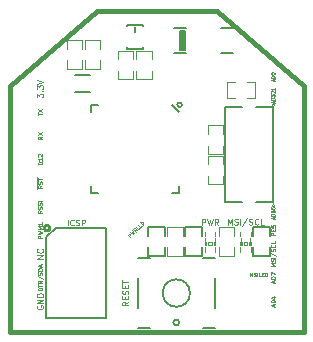
<source format=gto>
G04 (created by PCBNEW (2013-mar-13)-testing) date Thu 04 Jul 2013 13:06:12 EST*
%MOIN*%
G04 Gerber Fmt 3.4, Leading zero omitted, Abs format*
%FSLAX34Y34*%
G01*
G70*
G90*
G04 APERTURE LIST*
%ADD10C,0.003937*%
%ADD11C,0.002953*%
%ADD12C,0.004921*%
%ADD13C,0.004700*%
%ADD14C,0.005906*%
%ADD15C,0.007000*%
%ADD16C,0.008000*%
%ADD17C,0.005000*%
%ADD18C,0.004000*%
%ADD19C,0.002600*%
%ADD20C,0.015000*%
%ADD21C,0.010000*%
%ADD22C,0.007900*%
%ADD23C,0.003445*%
G04 APERTURE END LIST*
G54D10*
G54D11*
X8219Y2060D02*
X8219Y2178D01*
X8259Y2094D01*
X8298Y2178D01*
X8298Y2060D01*
X8349Y2066D02*
X8366Y2060D01*
X8394Y2060D01*
X8405Y2066D01*
X8411Y2071D01*
X8416Y2083D01*
X8416Y2094D01*
X8411Y2105D01*
X8405Y2111D01*
X8394Y2116D01*
X8371Y2122D01*
X8360Y2128D01*
X8354Y2133D01*
X8349Y2145D01*
X8349Y2156D01*
X8354Y2167D01*
X8360Y2173D01*
X8371Y2178D01*
X8399Y2178D01*
X8416Y2173D01*
X8467Y2060D02*
X8467Y2178D01*
X8579Y2060D02*
X8523Y2060D01*
X8523Y2178D01*
X8619Y2122D02*
X8658Y2122D01*
X8675Y2060D02*
X8619Y2060D01*
X8619Y2178D01*
X8675Y2178D01*
X8726Y2060D02*
X8726Y2178D01*
X8754Y2178D01*
X8771Y2173D01*
X8782Y2161D01*
X8787Y2150D01*
X8793Y2128D01*
X8793Y2111D01*
X8787Y2088D01*
X8782Y2077D01*
X8771Y2066D01*
X8754Y2060D01*
X8726Y2060D01*
X4234Y3363D02*
X4150Y3447D01*
X4182Y3478D01*
X4194Y3482D01*
X4202Y3482D01*
X4214Y3478D01*
X4226Y3466D01*
X4230Y3454D01*
X4230Y3447D01*
X4226Y3435D01*
X4194Y3403D01*
X4226Y3522D02*
X4329Y3458D01*
X4286Y3534D01*
X4361Y3490D01*
X4297Y3594D01*
X4461Y3590D02*
X4393Y3602D01*
X4413Y3542D02*
X4329Y3625D01*
X4361Y3657D01*
X4373Y3661D01*
X4381Y3661D01*
X4393Y3657D01*
X4405Y3645D01*
X4409Y3633D01*
X4409Y3625D01*
X4405Y3614D01*
X4373Y3582D01*
X4536Y3665D02*
X4496Y3625D01*
X4413Y3709D01*
X4520Y3737D02*
X4548Y3765D01*
X4604Y3733D02*
X4564Y3693D01*
X4480Y3777D01*
X4520Y3816D01*
X4639Y3769D02*
X4556Y3852D01*
X4576Y3872D01*
X4592Y3880D01*
X4608Y3880D01*
X4620Y3876D01*
X4639Y3864D01*
X4651Y3852D01*
X4663Y3832D01*
X4667Y3820D01*
X4667Y3804D01*
X4659Y3789D01*
X4639Y3769D01*
G54D12*
X7485Y3781D02*
X7485Y3977D01*
X7551Y3837D01*
X7616Y3977D01*
X7616Y3781D01*
X7701Y3790D02*
X7729Y3781D01*
X7776Y3781D01*
X7795Y3790D01*
X7804Y3799D01*
X7813Y3818D01*
X7813Y3837D01*
X7804Y3856D01*
X7795Y3865D01*
X7776Y3874D01*
X7738Y3884D01*
X7720Y3893D01*
X7710Y3902D01*
X7701Y3921D01*
X7701Y3940D01*
X7710Y3959D01*
X7720Y3968D01*
X7738Y3977D01*
X7785Y3977D01*
X7813Y3968D01*
X7898Y3781D02*
X7898Y3977D01*
X8132Y3987D02*
X7963Y3734D01*
X8188Y3790D02*
X8216Y3781D01*
X8263Y3781D01*
X8282Y3790D01*
X8291Y3799D01*
X8301Y3818D01*
X8301Y3837D01*
X8291Y3856D01*
X8282Y3865D01*
X8263Y3874D01*
X8226Y3884D01*
X8207Y3893D01*
X8198Y3902D01*
X8188Y3921D01*
X8188Y3940D01*
X8198Y3959D01*
X8207Y3968D01*
X8226Y3977D01*
X8273Y3977D01*
X8301Y3968D01*
X8498Y3799D02*
X8488Y3790D01*
X8460Y3781D01*
X8441Y3781D01*
X8413Y3790D01*
X8395Y3809D01*
X8385Y3827D01*
X8376Y3865D01*
X8376Y3893D01*
X8385Y3931D01*
X8395Y3949D01*
X8413Y3968D01*
X8441Y3977D01*
X8460Y3977D01*
X8488Y3968D01*
X8498Y3959D01*
X8676Y3781D02*
X8582Y3781D01*
X8582Y3977D01*
X4159Y1214D02*
X4066Y1148D01*
X4159Y1101D02*
X3963Y1101D01*
X3963Y1176D01*
X3972Y1195D01*
X3981Y1204D01*
X4000Y1214D01*
X4028Y1214D01*
X4047Y1204D01*
X4056Y1195D01*
X4066Y1176D01*
X4066Y1101D01*
X4056Y1298D02*
X4056Y1364D01*
X4159Y1392D02*
X4159Y1298D01*
X3963Y1298D01*
X3963Y1392D01*
X4150Y1467D02*
X4159Y1495D01*
X4159Y1542D01*
X4150Y1560D01*
X4141Y1570D01*
X4122Y1579D01*
X4103Y1579D01*
X4084Y1570D01*
X4075Y1560D01*
X4066Y1542D01*
X4056Y1504D01*
X4047Y1485D01*
X4038Y1476D01*
X4019Y1467D01*
X4000Y1467D01*
X3981Y1476D01*
X3972Y1485D01*
X3963Y1504D01*
X3963Y1551D01*
X3972Y1579D01*
X4056Y1664D02*
X4056Y1729D01*
X4159Y1757D02*
X4159Y1664D01*
X3963Y1664D01*
X3963Y1757D01*
X3963Y1814D02*
X3963Y1926D01*
X4159Y1870D02*
X3963Y1870D01*
X6623Y3781D02*
X6623Y3977D01*
X6698Y3977D01*
X6717Y3968D01*
X6726Y3959D01*
X6735Y3940D01*
X6735Y3912D01*
X6726Y3893D01*
X6717Y3884D01*
X6698Y3874D01*
X6623Y3874D01*
X6801Y3977D02*
X6848Y3781D01*
X6885Y3921D01*
X6923Y3781D01*
X6970Y3977D01*
X7157Y3781D02*
X7092Y3874D01*
X7045Y3781D02*
X7045Y3977D01*
X7120Y3977D01*
X7138Y3968D01*
X7148Y3959D01*
X7157Y3940D01*
X7157Y3912D01*
X7148Y3893D01*
X7138Y3884D01*
X7120Y3874D01*
X7045Y3874D01*
G54D13*
X2618Y9649D02*
X2618Y9924D01*
X2618Y9255D02*
X2618Y8980D01*
X2106Y9649D02*
X2106Y9924D01*
X2106Y8980D02*
X2106Y9255D01*
X2112Y9924D02*
X2612Y9924D01*
X2612Y8980D02*
X2112Y8980D01*
X4432Y8913D02*
X4432Y8638D01*
X4432Y9307D02*
X4432Y9582D01*
X4944Y8913D02*
X4944Y8638D01*
X4944Y9582D02*
X4944Y9307D01*
X4938Y8638D02*
X4438Y8638D01*
X4438Y9582D02*
X4938Y9582D01*
X3822Y8913D02*
X3822Y8638D01*
X3822Y9307D02*
X3822Y9582D01*
X4334Y8913D02*
X4334Y8638D01*
X4334Y9582D02*
X4334Y9307D01*
X4328Y8638D02*
X3828Y8638D01*
X3828Y9582D02*
X4328Y9582D01*
X3228Y9649D02*
X3228Y9924D01*
X3228Y9255D02*
X3228Y8980D01*
X2716Y9649D02*
X2716Y9924D01*
X2716Y8980D02*
X2716Y9255D01*
X2722Y9924D02*
X3222Y9924D01*
X3222Y8980D02*
X2722Y8980D01*
X5464Y3019D02*
X5464Y2744D01*
X5464Y3413D02*
X5464Y3688D01*
X5976Y3019D02*
X5976Y2744D01*
X5976Y3688D02*
X5976Y3413D01*
X5970Y2744D02*
X5470Y2744D01*
X5470Y3688D02*
X5970Y3688D01*
X8126Y8011D02*
X8401Y8011D01*
X7732Y8011D02*
X7457Y8011D01*
X8126Y8523D02*
X8401Y8523D01*
X7457Y8523D02*
X7732Y8523D01*
X8401Y8517D02*
X8401Y8017D01*
X7457Y8017D02*
X7457Y8517D01*
X7181Y3019D02*
X7181Y2744D01*
X7181Y3413D02*
X7181Y3688D01*
X7693Y3019D02*
X7693Y2744D01*
X7693Y3688D02*
X7693Y3413D01*
X7687Y2744D02*
X7187Y2744D01*
X7187Y3688D02*
X7687Y3688D01*
X6806Y5409D02*
X6806Y5134D01*
X6806Y5803D02*
X6806Y6078D01*
X7318Y5409D02*
X7318Y5134D01*
X7318Y6078D02*
X7318Y5803D01*
X7312Y5134D02*
X6812Y5134D01*
X6812Y6078D02*
X7312Y6078D01*
X7318Y6811D02*
X7318Y7086D01*
X7318Y6417D02*
X7318Y6142D01*
X6806Y6811D02*
X6806Y7086D01*
X6806Y6142D02*
X6806Y6417D01*
X6812Y7086D02*
X7312Y7086D01*
X7312Y6142D02*
X6812Y6142D01*
G54D14*
X5862Y515D02*
G75*
G03X5862Y515I-98J0D01*
G74*
G01*
G54D15*
X6645Y2676D02*
X7037Y2676D01*
X4489Y2676D02*
X4881Y2676D01*
X7037Y324D02*
X6645Y324D01*
X4489Y324D02*
X4881Y324D01*
X7037Y1010D02*
X7037Y1990D01*
X4489Y1990D02*
X4489Y1010D01*
G54D16*
X6219Y1500D02*
G75*
G03X6219Y1500I-456J0D01*
G74*
G01*
G54D17*
X6605Y3413D02*
X6605Y3691D01*
X6605Y3691D02*
X6055Y3691D01*
X6055Y3691D02*
X6055Y3413D01*
X6605Y2741D02*
X6605Y3019D01*
X6605Y2741D02*
X6055Y2741D01*
X6055Y2741D02*
X6055Y3019D01*
X5385Y3413D02*
X5385Y3691D01*
X5385Y3691D02*
X4835Y3691D01*
X4835Y3691D02*
X4835Y3413D01*
X5385Y2741D02*
X5385Y3019D01*
X5385Y2741D02*
X4835Y2741D01*
X4835Y2741D02*
X4835Y3019D01*
G54D18*
X7043Y3330D02*
X7043Y3106D01*
X6728Y3326D02*
X6728Y3110D01*
G54D19*
X6708Y3039D02*
X6708Y2882D01*
X7062Y3039D02*
X7062Y2882D01*
X6708Y3550D02*
X6708Y3393D01*
X7062Y3550D02*
X7062Y3393D01*
X7062Y3216D02*
X7003Y3216D01*
X7003Y3216D02*
X7003Y3098D01*
X7062Y3098D02*
X7003Y3098D01*
X7062Y3216D02*
X7062Y3098D01*
X6767Y3216D02*
X6708Y3216D01*
X6708Y3216D02*
X6708Y3098D01*
X6767Y3098D02*
X6708Y3098D01*
X6767Y3216D02*
X6767Y3098D01*
X6944Y3216D02*
X6826Y3216D01*
X6826Y3216D02*
X6826Y3098D01*
X6944Y3098D02*
X6826Y3098D01*
X6944Y3216D02*
X6944Y3098D01*
G54D14*
X6000Y10240D02*
X6000Y9610D01*
X6000Y9610D02*
X5940Y9610D01*
X5940Y9610D02*
X5940Y10240D01*
X5940Y10240D02*
X5901Y10240D01*
X5901Y10240D02*
X5901Y9610D01*
X6059Y9610D02*
X6059Y10240D01*
X6059Y10240D02*
X5872Y10240D01*
X5872Y10240D02*
X5872Y9610D01*
X5872Y9610D02*
X6059Y9610D01*
X5685Y10348D02*
X6088Y10348D01*
X5685Y9501D02*
X6088Y9501D01*
X7653Y10348D02*
X7250Y10348D01*
X7653Y9501D02*
X7250Y9501D01*
X2883Y8192D02*
X2391Y8192D01*
X2883Y8783D02*
X2391Y8783D01*
X4129Y9649D02*
X4129Y9696D01*
X4129Y10437D02*
X4129Y10389D01*
X4641Y10437D02*
X4641Y10389D01*
X4641Y9649D02*
X4641Y9696D01*
G54D16*
X4385Y10370D02*
X4385Y10196D01*
G54D14*
X4129Y10437D02*
X4641Y10437D01*
X4641Y9649D02*
X4129Y9649D01*
G54D20*
X210Y614D02*
X210Y214D01*
X10010Y614D02*
X10010Y214D01*
X210Y614D02*
X210Y8414D01*
X10010Y8314D02*
X10010Y8414D01*
X10010Y614D02*
X10010Y8314D01*
X210Y214D02*
X10010Y214D01*
X10010Y8414D02*
X7110Y10914D01*
X210Y8414D02*
X3110Y10914D01*
X3110Y10914D02*
X7110Y10914D01*
G54D16*
X3421Y3669D02*
X1744Y3669D01*
X1429Y669D02*
X1425Y3350D01*
X1429Y3354D02*
X1744Y3669D01*
G54D21*
X1553Y3661D02*
G75*
G03X1553Y3661I-98J0D01*
G74*
G01*
G54D16*
X3429Y3669D02*
X3429Y669D01*
X3429Y669D02*
X1429Y669D01*
G54D14*
X8972Y7685D02*
X8411Y7685D01*
X7397Y7685D02*
X7958Y7685D01*
X7397Y4535D02*
X7958Y4535D01*
X8411Y4535D02*
X8972Y4535D01*
X7397Y4535D02*
X7397Y7685D01*
X8972Y7685D02*
X8972Y4535D01*
G54D18*
X8224Y3330D02*
X8224Y3106D01*
X7909Y3326D02*
X7909Y3110D01*
G54D19*
X7889Y3039D02*
X7889Y2882D01*
X8243Y3039D02*
X8243Y2882D01*
X7889Y3550D02*
X7889Y3393D01*
X8243Y3550D02*
X8243Y3393D01*
X8243Y3216D02*
X8184Y3216D01*
X8184Y3216D02*
X8184Y3098D01*
X8243Y3098D02*
X8184Y3098D01*
X8243Y3216D02*
X8243Y3098D01*
X7948Y3216D02*
X7889Y3216D01*
X7889Y3216D02*
X7889Y3098D01*
X7948Y3098D02*
X7889Y3098D01*
X7948Y3216D02*
X7948Y3098D01*
X8125Y3216D02*
X8007Y3216D01*
X8007Y3216D02*
X8007Y3098D01*
X8125Y3098D02*
X8007Y3098D01*
X8125Y3216D02*
X8125Y3098D01*
G54D17*
X8335Y3019D02*
X8335Y2741D01*
X8335Y2741D02*
X8885Y2741D01*
X8885Y2741D02*
X8885Y3019D01*
X8335Y3691D02*
X8335Y3413D01*
X8335Y3691D02*
X8885Y3691D01*
X8885Y3691D02*
X8885Y3413D01*
G54D14*
X5948Y7773D02*
G75*
G03X5948Y7773I-76J0D01*
G74*
G01*
G54D22*
X2909Y7537D02*
X2909Y7783D01*
X2909Y7783D02*
X3155Y7783D01*
X3155Y4831D02*
X2909Y4831D01*
X2909Y4831D02*
X2909Y5077D01*
X5861Y5077D02*
X5861Y4831D01*
X5861Y4831D02*
X5615Y4831D01*
X5615Y7783D02*
X5861Y7537D01*
G54D23*
X9050Y3426D02*
X8912Y3426D01*
X8912Y3479D01*
X8919Y3492D01*
X8925Y3499D01*
X8938Y3505D01*
X8958Y3505D01*
X8971Y3499D01*
X8978Y3492D01*
X8984Y3479D01*
X8984Y3426D01*
X8978Y3564D02*
X8978Y3610D01*
X9050Y3630D02*
X9050Y3564D01*
X8912Y3564D01*
X8912Y3630D01*
X8912Y3755D02*
X8912Y3689D01*
X8978Y3682D01*
X8971Y3689D01*
X8965Y3702D01*
X8965Y3735D01*
X8971Y3748D01*
X8978Y3755D01*
X8991Y3761D01*
X9024Y3761D01*
X9037Y3755D01*
X9043Y3748D01*
X9050Y3735D01*
X9050Y3702D01*
X9043Y3689D01*
X9037Y3682D01*
X9011Y1060D02*
X9011Y1126D01*
X9050Y1047D02*
X8912Y1093D01*
X9050Y1139D01*
X9050Y1185D02*
X8912Y1185D01*
X8912Y1218D01*
X8919Y1237D01*
X8932Y1250D01*
X8945Y1257D01*
X8971Y1264D01*
X8991Y1264D01*
X9017Y1257D01*
X9030Y1250D01*
X9043Y1237D01*
X9050Y1218D01*
X9050Y1185D01*
X8958Y1382D02*
X9050Y1382D01*
X8906Y1349D02*
X9004Y1316D01*
X9004Y1401D01*
X9011Y1848D02*
X9011Y1914D01*
X9050Y1835D02*
X8912Y1881D01*
X9050Y1927D01*
X9050Y1973D02*
X8912Y1973D01*
X8912Y2006D01*
X8919Y2025D01*
X8932Y2038D01*
X8945Y2045D01*
X8971Y2052D01*
X8991Y2052D01*
X9017Y2045D01*
X9030Y2038D01*
X9043Y2025D01*
X9050Y2006D01*
X9050Y1973D01*
X8912Y2097D02*
X8912Y2189D01*
X9050Y2130D01*
X9050Y2396D02*
X8912Y2396D01*
X9011Y2442D01*
X8912Y2488D01*
X9050Y2488D01*
X9043Y2547D02*
X9050Y2566D01*
X9050Y2599D01*
X9043Y2612D01*
X9037Y2619D01*
X9024Y2625D01*
X9011Y2625D01*
X8998Y2619D01*
X8991Y2612D01*
X8984Y2599D01*
X8978Y2573D01*
X8971Y2560D01*
X8965Y2553D01*
X8952Y2547D01*
X8938Y2547D01*
X8925Y2553D01*
X8919Y2560D01*
X8912Y2573D01*
X8912Y2606D01*
X8919Y2625D01*
X9050Y2684D02*
X8912Y2684D01*
X8906Y2848D02*
X9083Y2730D01*
X9043Y2888D02*
X9050Y2907D01*
X9050Y2940D01*
X9043Y2953D01*
X9037Y2960D01*
X9024Y2967D01*
X9011Y2967D01*
X8998Y2960D01*
X8991Y2953D01*
X8984Y2940D01*
X8978Y2914D01*
X8971Y2901D01*
X8965Y2894D01*
X8952Y2888D01*
X8938Y2888D01*
X8925Y2894D01*
X8919Y2901D01*
X8912Y2914D01*
X8912Y2947D01*
X8919Y2967D01*
X9037Y3104D02*
X9043Y3098D01*
X9050Y3078D01*
X9050Y3065D01*
X9043Y3045D01*
X9030Y3032D01*
X9017Y3026D01*
X8991Y3019D01*
X8971Y3019D01*
X8945Y3026D01*
X8932Y3032D01*
X8919Y3045D01*
X8912Y3065D01*
X8912Y3078D01*
X8919Y3098D01*
X8925Y3104D01*
X9050Y3229D02*
X9050Y3163D01*
X8912Y3163D01*
G54D11*
X9007Y3967D02*
X9007Y4023D01*
X9041Y3956D02*
X8923Y3995D01*
X9041Y4034D01*
X9041Y4074D02*
X8923Y4074D01*
X8923Y4102D01*
X8929Y4119D01*
X8940Y4130D01*
X8951Y4136D01*
X8974Y4141D01*
X8991Y4141D01*
X9013Y4136D01*
X9024Y4130D01*
X9035Y4119D01*
X9041Y4102D01*
X9041Y4074D01*
X8923Y4248D02*
X8923Y4192D01*
X8979Y4186D01*
X8974Y4192D01*
X8968Y4203D01*
X8968Y4231D01*
X8974Y4242D01*
X8979Y4248D01*
X8991Y4254D01*
X9019Y4254D01*
X9030Y4248D01*
X9035Y4242D01*
X9041Y4231D01*
X9041Y4203D01*
X9035Y4192D01*
X9030Y4186D01*
X8923Y4355D02*
X8923Y4332D01*
X8929Y4321D01*
X8934Y4316D01*
X8951Y4304D01*
X8974Y4299D01*
X9019Y4299D01*
X9030Y4304D01*
X9035Y4310D01*
X9041Y4321D01*
X9041Y4344D01*
X9035Y4355D01*
X9030Y4361D01*
X9019Y4366D01*
X8991Y4366D01*
X8979Y4361D01*
X8974Y4355D01*
X8968Y4344D01*
X8968Y4321D01*
X8974Y4310D01*
X8979Y4304D01*
X8991Y4299D01*
X8996Y4507D02*
X9030Y4417D01*
X8962Y4417D01*
X8996Y4507D01*
X8996Y7696D02*
X8962Y7786D01*
X9030Y7786D01*
X8996Y7696D01*
X9007Y7836D02*
X9007Y7893D01*
X9041Y7825D02*
X8923Y7865D01*
X9041Y7904D01*
X9041Y7943D02*
X8923Y7943D01*
X8923Y7971D01*
X8929Y7988D01*
X8940Y8000D01*
X8951Y8005D01*
X8974Y8011D01*
X8991Y8011D01*
X9013Y8005D01*
X9024Y8000D01*
X9035Y7988D01*
X9041Y7971D01*
X9041Y7943D01*
X8923Y8050D02*
X8923Y8123D01*
X8968Y8084D01*
X8968Y8101D01*
X8974Y8112D01*
X8979Y8118D01*
X8991Y8123D01*
X9019Y8123D01*
X9030Y8118D01*
X9035Y8112D01*
X9041Y8101D01*
X9041Y8067D01*
X9035Y8056D01*
X9030Y8050D01*
X8934Y8168D02*
X8929Y8174D01*
X8923Y8185D01*
X8923Y8213D01*
X8929Y8224D01*
X8934Y8230D01*
X8946Y8236D01*
X8957Y8236D01*
X8974Y8230D01*
X9041Y8163D01*
X9041Y8236D01*
X9041Y8348D02*
X9041Y8281D01*
X9041Y8314D02*
X8923Y8314D01*
X8940Y8303D01*
X8951Y8292D01*
X8957Y8281D01*
X9007Y8565D02*
X9007Y8621D01*
X9041Y8553D02*
X8923Y8593D01*
X9041Y8632D01*
X9041Y8672D02*
X8923Y8672D01*
X8923Y8700D01*
X8929Y8717D01*
X8940Y8728D01*
X8951Y8733D01*
X8974Y8739D01*
X8991Y8739D01*
X9013Y8733D01*
X9024Y8728D01*
X9035Y8717D01*
X9041Y8700D01*
X9041Y8672D01*
X8923Y8812D02*
X8923Y8823D01*
X8929Y8835D01*
X8934Y8840D01*
X8946Y8846D01*
X8968Y8852D01*
X8996Y8852D01*
X9019Y8846D01*
X9030Y8840D01*
X9035Y8835D01*
X9041Y8823D01*
X9041Y8812D01*
X9035Y8801D01*
X9030Y8795D01*
X9019Y8790D01*
X8996Y8784D01*
X8968Y8784D01*
X8946Y8790D01*
X8934Y8795D01*
X8929Y8801D01*
X8923Y8812D01*
G54D12*
X1124Y8024D02*
X1124Y8146D01*
X1199Y8080D01*
X1199Y8108D01*
X1208Y8127D01*
X1218Y8136D01*
X1236Y8146D01*
X1283Y8146D01*
X1302Y8136D01*
X1311Y8127D01*
X1321Y8108D01*
X1321Y8052D01*
X1311Y8033D01*
X1302Y8024D01*
X1302Y8230D02*
X1311Y8239D01*
X1321Y8230D01*
X1311Y8221D01*
X1302Y8230D01*
X1321Y8230D01*
X1124Y8305D02*
X1124Y8427D01*
X1199Y8361D01*
X1199Y8389D01*
X1208Y8408D01*
X1218Y8418D01*
X1236Y8427D01*
X1283Y8427D01*
X1302Y8418D01*
X1311Y8408D01*
X1321Y8389D01*
X1321Y8333D01*
X1311Y8314D01*
X1302Y8305D01*
X1124Y8483D02*
X1321Y8549D01*
X1124Y8614D01*
G54D23*
X1156Y7422D02*
X1156Y7501D01*
X1294Y7462D02*
X1156Y7462D01*
X1156Y7534D02*
X1294Y7626D01*
X1156Y7626D02*
X1294Y7534D01*
X1294Y6716D02*
X1229Y6671D01*
X1294Y6638D02*
X1156Y6638D01*
X1156Y6690D01*
X1163Y6703D01*
X1169Y6710D01*
X1183Y6716D01*
X1202Y6716D01*
X1215Y6710D01*
X1222Y6703D01*
X1229Y6690D01*
X1229Y6638D01*
X1156Y6762D02*
X1294Y6854D01*
X1156Y6854D02*
X1294Y6762D01*
X1294Y5785D02*
X1156Y5785D01*
X1156Y5818D01*
X1163Y5838D01*
X1176Y5851D01*
X1189Y5857D01*
X1215Y5864D01*
X1235Y5864D01*
X1261Y5857D01*
X1274Y5851D01*
X1288Y5838D01*
X1294Y5818D01*
X1294Y5785D01*
X1294Y5995D02*
X1294Y5916D01*
X1294Y5956D02*
X1156Y5956D01*
X1176Y5943D01*
X1189Y5929D01*
X1196Y5916D01*
X1169Y6048D02*
X1163Y6054D01*
X1156Y6067D01*
X1156Y6100D01*
X1163Y6113D01*
X1169Y6120D01*
X1183Y6126D01*
X1196Y6126D01*
X1215Y6120D01*
X1294Y6041D01*
X1294Y6126D01*
X1294Y5089D02*
X1229Y5043D01*
X1294Y5010D02*
X1156Y5010D01*
X1156Y5063D01*
X1163Y5076D01*
X1169Y5082D01*
X1183Y5089D01*
X1202Y5089D01*
X1215Y5082D01*
X1222Y5076D01*
X1229Y5063D01*
X1229Y5010D01*
X1288Y5141D02*
X1294Y5161D01*
X1294Y5194D01*
X1288Y5207D01*
X1281Y5214D01*
X1268Y5220D01*
X1255Y5220D01*
X1242Y5214D01*
X1235Y5207D01*
X1229Y5194D01*
X1222Y5168D01*
X1215Y5155D01*
X1209Y5148D01*
X1196Y5141D01*
X1183Y5141D01*
X1169Y5148D01*
X1163Y5155D01*
X1156Y5168D01*
X1156Y5201D01*
X1163Y5220D01*
X1156Y5260D02*
X1156Y5338D01*
X1294Y5299D02*
X1156Y5299D01*
X1133Y4977D02*
X1133Y5351D01*
X1294Y4256D02*
X1229Y4210D01*
X1294Y4177D02*
X1156Y4177D01*
X1156Y4230D01*
X1163Y4243D01*
X1169Y4250D01*
X1183Y4256D01*
X1202Y4256D01*
X1215Y4250D01*
X1222Y4243D01*
X1229Y4230D01*
X1229Y4177D01*
X1288Y4309D02*
X1294Y4328D01*
X1294Y4361D01*
X1288Y4374D01*
X1281Y4381D01*
X1268Y4387D01*
X1255Y4387D01*
X1242Y4381D01*
X1235Y4374D01*
X1229Y4361D01*
X1222Y4335D01*
X1215Y4322D01*
X1209Y4315D01*
X1196Y4309D01*
X1183Y4309D01*
X1169Y4315D01*
X1163Y4322D01*
X1156Y4335D01*
X1156Y4368D01*
X1163Y4387D01*
X1288Y4440D02*
X1294Y4459D01*
X1294Y4492D01*
X1288Y4505D01*
X1281Y4512D01*
X1268Y4519D01*
X1255Y4519D01*
X1242Y4512D01*
X1235Y4505D01*
X1229Y4492D01*
X1222Y4466D01*
X1215Y4453D01*
X1209Y4446D01*
X1196Y4440D01*
X1183Y4440D01*
X1169Y4446D01*
X1163Y4453D01*
X1156Y4466D01*
X1156Y4499D01*
X1163Y4519D01*
X1294Y4578D02*
X1156Y4578D01*
X1294Y3331D02*
X1156Y3331D01*
X1156Y3384D01*
X1163Y3397D01*
X1169Y3403D01*
X1183Y3410D01*
X1202Y3410D01*
X1215Y3403D01*
X1222Y3397D01*
X1229Y3384D01*
X1229Y3331D01*
X1156Y3456D02*
X1294Y3489D01*
X1196Y3515D01*
X1294Y3541D01*
X1156Y3574D01*
X1294Y3627D02*
X1156Y3627D01*
X1255Y3672D01*
X1156Y3718D01*
X1294Y3718D01*
X1294Y3856D02*
X1294Y3777D01*
X1294Y3817D02*
X1156Y3817D01*
X1176Y3804D01*
X1189Y3791D01*
X1196Y3777D01*
G54D12*
X1321Y2648D02*
X1124Y2648D01*
X1321Y2760D01*
X1124Y2760D01*
X1302Y2967D02*
X1311Y2957D01*
X1321Y2929D01*
X1321Y2910D01*
X1311Y2882D01*
X1293Y2863D01*
X1274Y2854D01*
X1236Y2845D01*
X1208Y2845D01*
X1171Y2854D01*
X1152Y2863D01*
X1133Y2882D01*
X1124Y2910D01*
X1124Y2929D01*
X1133Y2957D01*
X1143Y2967D01*
G54D23*
X1294Y1592D02*
X1156Y1592D01*
X1156Y1625D01*
X1163Y1645D01*
X1176Y1658D01*
X1189Y1664D01*
X1215Y1671D01*
X1235Y1671D01*
X1261Y1664D01*
X1274Y1658D01*
X1288Y1645D01*
X1294Y1625D01*
X1294Y1592D01*
X1156Y1710D02*
X1156Y1789D01*
X1294Y1750D02*
X1156Y1750D01*
X1294Y1914D02*
X1229Y1868D01*
X1294Y1835D02*
X1156Y1835D01*
X1156Y1888D01*
X1163Y1901D01*
X1169Y1907D01*
X1183Y1914D01*
X1202Y1914D01*
X1215Y1907D01*
X1222Y1901D01*
X1229Y1888D01*
X1229Y1835D01*
X1150Y2071D02*
X1327Y1953D01*
X1288Y2111D02*
X1294Y2130D01*
X1294Y2163D01*
X1288Y2176D01*
X1281Y2183D01*
X1268Y2189D01*
X1255Y2189D01*
X1242Y2183D01*
X1235Y2176D01*
X1229Y2163D01*
X1222Y2137D01*
X1215Y2124D01*
X1209Y2117D01*
X1196Y2111D01*
X1183Y2111D01*
X1169Y2117D01*
X1163Y2124D01*
X1156Y2137D01*
X1156Y2170D01*
X1163Y2189D01*
X1294Y2248D02*
X1156Y2248D01*
X1156Y2281D01*
X1163Y2301D01*
X1176Y2314D01*
X1189Y2321D01*
X1215Y2327D01*
X1235Y2327D01*
X1261Y2321D01*
X1274Y2314D01*
X1288Y2301D01*
X1294Y2281D01*
X1294Y2248D01*
X1255Y2380D02*
X1255Y2445D01*
X1294Y2367D02*
X1156Y2412D01*
X1294Y2458D01*
G54D12*
X1133Y1077D02*
X1124Y1059D01*
X1124Y1031D01*
X1133Y1002D01*
X1152Y984D01*
X1171Y974D01*
X1208Y965D01*
X1236Y965D01*
X1274Y974D01*
X1293Y984D01*
X1311Y1002D01*
X1321Y1031D01*
X1321Y1049D01*
X1311Y1077D01*
X1302Y1087D01*
X1236Y1087D01*
X1236Y1049D01*
X1321Y1171D02*
X1124Y1171D01*
X1321Y1284D01*
X1124Y1284D01*
X1321Y1377D02*
X1124Y1377D01*
X1124Y1424D01*
X1133Y1452D01*
X1152Y1471D01*
X1171Y1481D01*
X1208Y1490D01*
X1236Y1490D01*
X1274Y1481D01*
X1293Y1471D01*
X1311Y1452D01*
X1321Y1424D01*
X1321Y1377D01*
X2138Y3753D02*
X2138Y3950D01*
X2344Y3772D02*
X2335Y3762D01*
X2307Y3753D01*
X2288Y3753D01*
X2260Y3762D01*
X2241Y3781D01*
X2232Y3800D01*
X2222Y3837D01*
X2222Y3865D01*
X2232Y3903D01*
X2241Y3922D01*
X2260Y3940D01*
X2288Y3950D01*
X2307Y3950D01*
X2335Y3940D01*
X2344Y3931D01*
X2419Y3762D02*
X2447Y3753D01*
X2494Y3753D01*
X2513Y3762D01*
X2522Y3772D01*
X2532Y3790D01*
X2532Y3809D01*
X2522Y3828D01*
X2513Y3837D01*
X2494Y3847D01*
X2457Y3856D01*
X2438Y3865D01*
X2429Y3875D01*
X2419Y3894D01*
X2419Y3912D01*
X2429Y3931D01*
X2438Y3940D01*
X2457Y3950D01*
X2504Y3950D01*
X2532Y3940D01*
X2616Y3753D02*
X2616Y3950D01*
X2691Y3950D01*
X2710Y3940D01*
X2719Y3931D01*
X2729Y3912D01*
X2729Y3884D01*
X2719Y3865D01*
X2710Y3856D01*
X2691Y3847D01*
X2616Y3847D01*
M02*

</source>
